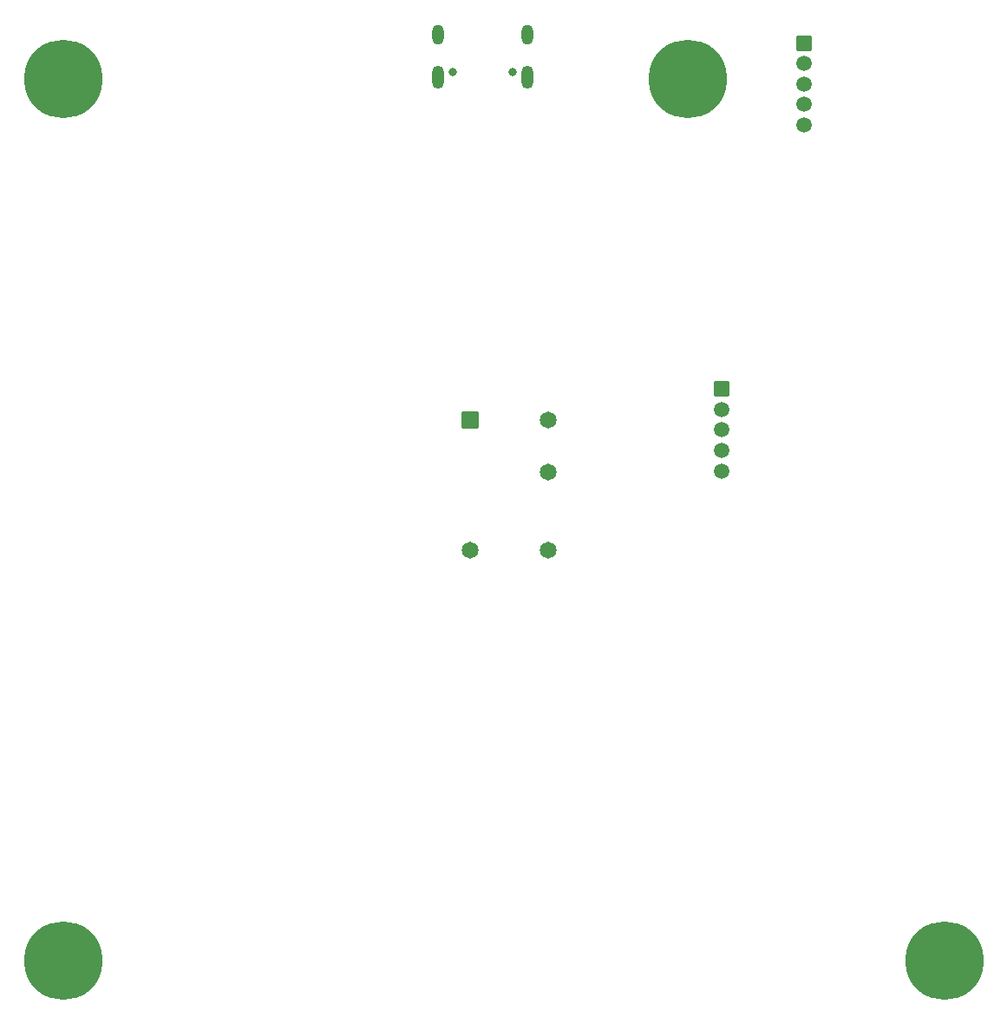
<source format=gbs>
%TF.GenerationSoftware,KiCad,Pcbnew,9.0.7*%
%TF.CreationDate,2026-02-10T21:18:12+01:00*%
%TF.ProjectId,Tesla_sextant_BT,5465736c-615f-4736-9578-74616e745f42,2.1*%
%TF.SameCoordinates,Original*%
%TF.FileFunction,Soldermask,Bot*%
%TF.FilePolarity,Negative*%
%FSLAX46Y46*%
G04 Gerber Fmt 4.6, Leading zero omitted, Abs format (unit mm)*
G04 Created by KiCad (PCBNEW 9.0.7) date 2026-02-10 21:18:12*
%MOMM*%
%LPD*%
G01*
G04 APERTURE LIST*
G04 Aperture macros list*
%AMRoundRect*
0 Rectangle with rounded corners*
0 $1 Rounding radius*
0 $2 $3 $4 $5 $6 $7 $8 $9 X,Y pos of 4 corners*
0 Add a 4 corners polygon primitive as box body*
4,1,4,$2,$3,$4,$5,$6,$7,$8,$9,$2,$3,0*
0 Add four circle primitives for the rounded corners*
1,1,$1+$1,$2,$3*
1,1,$1+$1,$4,$5*
1,1,$1+$1,$6,$7*
1,1,$1+$1,$8,$9*
0 Add four rect primitives between the rounded corners*
20,1,$1+$1,$2,$3,$4,$5,0*
20,1,$1+$1,$4,$5,$6,$7,0*
20,1,$1+$1,$6,$7,$8,$9,0*
20,1,$1+$1,$8,$9,$2,$3,0*%
G04 Aperture macros list end*
%ADD10C,4.852400*%
%ADD11C,7.652400*%
%ADD12C,0.802400*%
%ADD13O,1.152400X2.252400*%
%ADD14O,1.152400X1.952400*%
%ADD15RoundRect,0.076200X-0.675000X-0.675000X0.675000X-0.675000X0.675000X0.675000X-0.675000X0.675000X0*%
%ADD16C,1.502400*%
%ADD17RoundRect,0.076200X-0.750570X0.750570X-0.750570X-0.750570X0.750570X-0.750570X0.750570X0.750570X0*%
%ADD18C,1.653540*%
G04 APERTURE END LIST*
D10*
%TO.C,H3*%
X105500000Y-62000000D03*
D11*
X105500000Y-62000000D03*
%TD*%
D12*
%TO.C,J6*%
X149340000Y-61355000D03*
X143560000Y-61355000D03*
D13*
X150770000Y-61855000D03*
D14*
X150770000Y-57675000D03*
D13*
X142130000Y-61855000D03*
D14*
X142130000Y-57675000D03*
%TD*%
D15*
%TO.C,J3*%
X177800000Y-58500000D03*
D16*
X177800000Y-60500000D03*
X177800000Y-62500000D03*
X177800000Y-64500000D03*
X177800000Y-66500000D03*
%TD*%
D10*
%TO.C,H4*%
X166500000Y-62000000D03*
D11*
X166500000Y-62000000D03*
%TD*%
D10*
%TO.C,H1*%
X105500000Y-148000000D03*
D11*
X105500000Y-148000000D03*
%TD*%
D10*
%TO.C,H2*%
X191500000Y-148000000D03*
D11*
X191500000Y-148000000D03*
%TD*%
D15*
%TO.C,J1*%
X169750000Y-92250000D03*
D16*
X169750000Y-94250000D03*
X169750000Y-96250000D03*
X169750000Y-98250000D03*
X169750000Y-100250000D03*
%TD*%
D17*
%TO.C,K1*%
X145250000Y-95300000D03*
D18*
X145250000Y-108000000D03*
X152870000Y-108000000D03*
X152870000Y-100380000D03*
X152870000Y-95300000D03*
%TD*%
M02*

</source>
